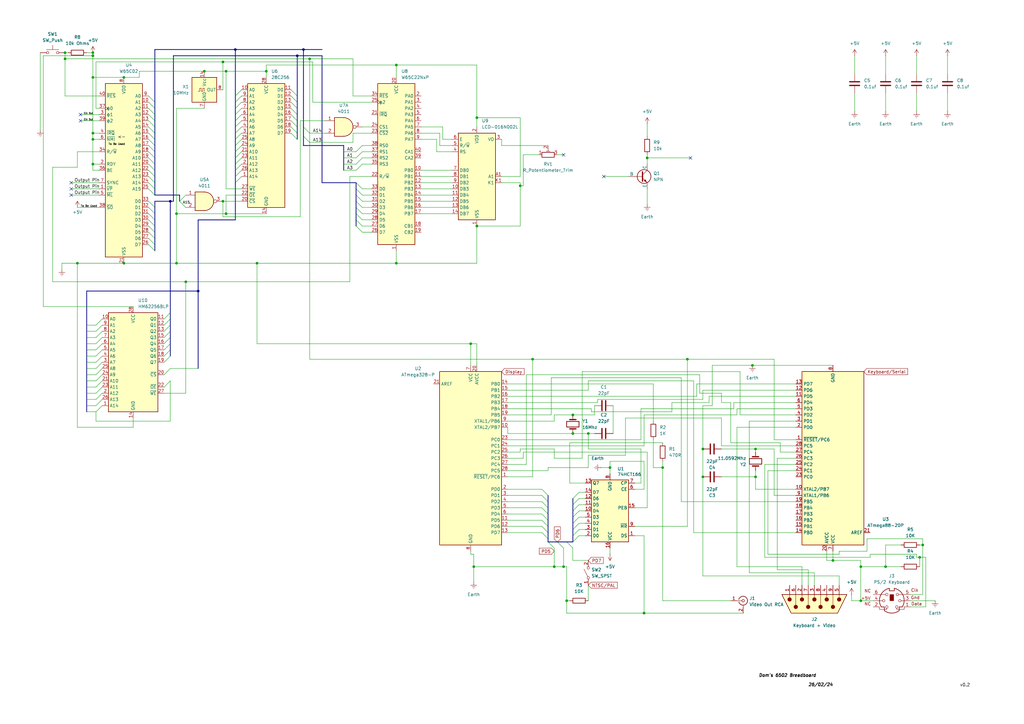
<source format=kicad_sch>
(kicad_sch (version 20231120) (generator "eeschema") (generator_version "8.0")
  (paper "A3")
  (junction (at 378.46 223.52))
  (junction (at 76.2 115.57))
  (junction (at 50.8 31.75))
  (junction (at 250.19 191.77))
  (junction (at 38.1 22.86))
  (junction (at 195.58 92.71))
  (junction (at 288.29 195.58))
  (junction (at 232.41 246.38))
  (junction (at 72.39 107.95))
  (junction (at 31.75 107.95))
  (junction (at 91.44 25.4))
  (junction (at 26.67 24.13))
  (junction (at 38.1 57.15))
  (junction (at 234.95 177.8))
  (junction (at 271.78 191.77))
  (junction (at 377.19 228.6))
  (junction (at 265.43 64.77))
  (junction (at 26.67 21.59))
  (junction (at 124.46 20.32))
  (junction (at 309.88 195.58))
  (junction (at 96.52 20.32))
  (junction (at 353.06 246.38))
  (junction (at 195.58 48.26))
  (junction (at 72.39 87.63))
  (junction (at 83.82 29.21))
  (junction (at 363.22 232.41))
  (junction (at 38.1 21.59))
  (junction (at 38.1 54.61))
  (junction (at 227.33 232.41))
  (junction (at 81.28 119.38))
  (junction (at 38.1 67.31))
  (junction (at 105.41 107.95))
  (junction (at 127 24.13))
  (junction (at 353.06 232.41))
  (junction (at 264.16 251.46))
  (junction (at 162.56 26.67))
  (junction (at 309.88 184.15))
  (junction (at 69.85 82.55))
  (junction (at 92.71 29.21))
  (junction (at 92.71 87.63))
  (junction (at 213.36 76.2))
  (junction (at 50.8 107.95))
  (junction (at 341.63 229.87))
  (junction (at 281.94 147.32))
  (junction (at 218.44 147.32))
  (junction (at 234.95 170.18))
  (junction (at 288.29 184.15))
  (junction (at 38.1 31.75))
  (junction (at 121.92 22.86))
  (junction (at 193.04 140.97))
  (junction (at 194.31 232.41))
  (junction (at 162.56 107.95))
  (junction (at 109.22 29.21))
  (junction (at 241.3 177.8))
  (junction (at 91.44 82.55))
  (junction (at 308.61 149.86))
  (junction (at 231.14 232.41))
  (no_connect (at 247.65 72.39))
  (no_connect (at 29.21 80.01))
  (no_connect (at 33.02 49.53))
  (no_connect (at 283.21 64.77))
  (no_connect (at 231.14 63.5))
  (no_connect (at 29.21 77.47))
  (no_connect (at 33.02 46.99))
  (no_connect (at 29.21 74.93))
  (bus_entry (at 237.49 217.17) (size -2.54 2.54))
  (bus_entry (at 99.06 49.53) (size -2.54 2.54))
  (bus_entry (at 228.6 222.25) (size 2.54 2.54))
  (bus_entry (at 41.91 135.89) (size -2.54 2.54))
  (bus_entry (at 60.96 52.07) (size 2.54 2.54))
  (bus_entry (at 60.96 90.17) (size 2.54 2.54))
  (bus_entry (at 60.96 74.93) (size 2.54 2.54))
  (bus_entry (at 41.91 140.97) (size -2.54 2.54))
  (bus_entry (at 119.38 44.45) (size 2.54 2.54))
  (bus_entry (at 60.96 49.53) (size 2.54 2.54))
  (bus_entry (at 237.49 212.09) (size -2.54 2.54))
  (bus_entry (at 119.38 36.83) (size 2.54 2.54))
  (bus_entry (at 119.38 39.37) (size 2.54 2.54))
  (bus_entry (at 60.96 44.45) (size 2.54 2.54))
  (bus_entry (at 41.91 158.75) (size -2.54 2.54))
  (bus_entry (at 99.06 36.83) (size -2.54 2.54))
  (bus_entry (at 119.38 54.61) (size 2.54 2.54))
  (bus_entry (at 146.05 64.77) (size 2.54 -2.54))
  (bus_entry (at 232.41 222.25) (size 2.54 2.54))
  (bus_entry (at 41.91 163.83) (size -2.54 2.54))
  (bus_entry (at 146.05 74.93) (size 2.54 2.54))
  (bus_entry (at 76.2 80.01) (size -2.54 2.54))
  (bus_entry (at 41.91 153.67) (size -2.54 2.54))
  (bus_entry (at 146.05 85.09) (size 2.54 2.54))
  (bus_entry (at 99.06 67.31) (size -2.54 2.54))
  (bus_entry (at 119.38 46.99) (size 2.54 2.54))
  (bus_entry (at 99.06 52.07) (size -2.54 2.54))
  (bus_entry (at 99.06 69.85) (size -2.54 2.54))
  (bus_entry (at 146.05 92.71) (size 2.54 2.54))
  (bus_entry (at 60.96 62.23) (size 2.54 2.54))
  (bus_entry (at 60.96 41.91) (size 2.54 2.54))
  (bus_entry (at 41.91 133.35) (size -2.54 2.54))
  (bus_entry (at 41.91 166.37) (size -2.54 2.54))
  (bus_entry (at 60.96 39.37) (size 2.54 2.54))
  (bus_entry (at 99.06 64.77) (size -2.54 2.54))
  (bus_entry (at 67.31 135.89) (size 2.54 -2.54))
  (bus_entry (at 119.38 49.53) (size 2.54 2.54))
  (bus_entry (at 119.38 41.91) (size 2.54 2.54))
  (bus_entry (at 60.96 77.47) (size 2.54 2.54))
  (bus_entry (at 222.25 203.2) (size 2.54 2.54))
  (bus_entry (at 146.05 62.23) (size 2.54 -2.54))
  (bus_entry (at 41.91 148.59) (size -2.54 2.54))
  (bus_entry (at 67.31 130.81) (size 2.54 -2.54))
  (bus_entry (at 222.25 215.9) (size 2.54 2.54))
  (bus_entry (at 224.79 222.25) (size 2.54 2.54))
  (bus_entry (at 124.46 55.88) (size 2.54 2.54))
  (bus_entry (at 99.06 72.39) (size -2.54 2.54))
  (bus_entry (at 60.96 59.69) (size 2.54 2.54))
  (bus_entry (at 99.06 57.15) (size -2.54 2.54))
  (bus_entry (at 146.05 87.63) (size 2.54 2.54))
  (bus_entry (at 237.49 214.63) (size -2.54 2.54))
  (bus_entry (at 41.91 130.81) (size -2.54 2.54))
  (bus_entry (at 60.96 57.15) (size 2.54 2.54))
  (bus_entry (at 41.91 156.21) (size -2.54 2.54))
  (bus_entry (at 99.06 62.23) (size -2.54 2.54))
  (bus_entry (at 237.49 201.93) (size -2.54 2.54))
  (bus_entry (at 60.96 85.09) (size 2.54 2.54))
  (bus_entry (at 41.91 161.29) (size -2.54 2.54))
  (bus_entry (at 60.96 100.33) (size 2.54 2.54))
  (bus_entry (at 222.25 213.36) (size 2.54 2.54))
  (bus_entry (at 99.06 41.91) (size -2.54 2.54))
  (bus_entry (at 222.25 200.66) (size 2.54 2.54))
  (bus_entry (at 67.31 140.97) (size 2.54 -2.54))
  (bus_entry (at 146.05 82.55) (size 2.54 2.54))
  (bus_entry (at 67.31 153.67) (size 2.54 -2.54))
  (bus_entry (at 76.2 85.09) (size -2.54 -2.54))
  (bus_entry (at 146.05 69.85) (size 2.54 -2.54))
  (bus_entry (at 60.96 92.71) (size 2.54 2.54))
  (bus_entry (at 60.96 64.77) (size 2.54 2.54))
  (bus_entry (at 67.31 158.75) (size 2.54 -2.54))
  (bus_entry (at 222.25 218.44) (size 2.54 2.54))
  (bus_entry (at 237.49 207.01) (size -2.54 2.54))
  (bus_entry (at 60.96 46.99) (size 2.54 2.54))
  (bus_entry (at 124.46 52.07) (size 2.54 2.54))
  (bus_entry (at 67.31 133.35) (size 2.54 -2.54))
  (bus_entry (at 237.49 219.71) (size -2.54 2.54))
  (bus_entry (at 41.91 151.13) (size -2.54 2.54))
  (bus_entry (at 222.25 205.74) (size 2.54 2.54))
  (bus_entry (at 41.91 138.43) (size -2.54 2.54))
  (bus_entry (at 67.31 148.59) (size 2.54 -2.54))
  (bus_entry (at 60.96 97.79) (size 2.54 2.54))
  (bus_entry (at 222.25 210.82) (size 2.54 2.54))
  (bus_entry (at 146.05 67.31) (size 2.54 -2.54))
  (bus_entry (at 60.96 67.31) (size 2.54 2.54))
  (bus_entry (at 60.96 54.61) (size 2.54 2.54))
  (bus_entry (at 41.91 143.51) (size -2.54 2.54))
  (bus_entry (at 60.96 82.55) (size 2.54 2.54))
  (bus_entry (at 99.06 46.99) (size -2.54 2.54))
  (bus_entry (at 60.96 69.85) (size 2.54 2.54))
  (bus_entry (at 99.06 44.45) (size -2.54 2.54))
  (bus_entry (at 67.31 143.51) (size 2.54 -2.54))
  (bus_entry (at 146.05 90.17) (size 2.54 2.54))
  (bus_entry (at 237.49 209.55) (size -2.54 2.54))
  (bus_entry (at 99.06 59.69) (size -2.54 2.54))
  (bus_entry (at 60.96 87.63) (size 2.54 2.54))
  (bus_entry (at 41.91 146.05) (size -2.54 2.54))
  (bus_entry (at 237.49 204.47) (size -2.54 2.54))
  (bus_entry (at 146.05 77.47) (size 2.54 2.54))
  (bus_entry (at 99.06 54.61) (size -2.54 2.54))
  (bus_entry (at 146.05 80.01) (size 2.54 2.54))
  (bus_entry (at 99.06 39.37) (size -2.54 2.54))
  (bus_entry (at 67.31 146.05) (size 2.54 -2.54))
  (bus_entry (at 60.96 95.25) (size 2.54 2.54))
  (bus_entry (at 222.25 208.28) (size 2.54 2.54))
  (bus_entry (at 119.38 52.07) (size 2.54 2.54))
  (bus_entry (at 60.96 72.39) (size 2.54 2.54))
  (bus_entry (at 67.31 138.43) (size 2.54 -2.54))
  (bus (pts (xy 96.52 57.15) (xy 96.52 59.69)))
  (wire (pts (xy 241.3 191.77) (xy 224.79 191.77)))
  (wire (pts (xy 148.59 85.09) (xy 152.4 85.09)))
  (wire (pts (xy 195.58 92.71) (xy 195.58 107.95)))
  (wire (pts (xy 31.75 62.23) (xy 31.75 68.58)))
  (wire (pts (xy 148.59 90.17) (xy 152.4 90.17)))
  (wire (pts (xy 143.51 115.57) (xy 143.51 72.39)))
  (wire (pts (xy 38.1 67.31) (xy 40.64 67.31)))
  (wire (pts (xy 181.61 57.15) (xy 181.61 52.07)))
  (wire (pts (xy 237.49 209.55) (xy 240.03 209.55)))
  (wire (pts (xy 16.51 21.59) (xy 16.51 53.34)))
  (wire (pts (xy 38.1 67.31) (xy 38.1 69.85)))
  (wire (pts (xy 83.82 29.21) (xy 92.71 29.21)))
  (wire (pts (xy 99.06 77.47) (xy 92.71 77.47)))
  (wire (pts (xy 213.36 74.93) (xy 213.36 76.2)))
  (wire (pts (xy 195.58 52.07) (xy 195.58 48.26)))
  (wire (pts (xy 144.78 58.42) (xy 144.78 54.61)))
  (bus (pts (xy 146.05 82.55) (xy 146.05 85.09)))
  (wire (pts (xy 148.59 87.63) (xy 152.4 87.63)))
  (wire (pts (xy 256.54 171.45) (xy 256.54 186.69)))
  (wire (pts (xy 241.3 186.69) (xy 241.3 191.77)))
  (wire (pts (xy 262.89 167.64) (xy 300.99 167.64)))
  (wire (pts (xy 375.92 22.86) (xy 375.92 30.48)))
  (wire (pts (xy 38.1 21.59) (xy 35.56 21.59)))
  (wire (pts (xy 288.29 184.15) (xy 288.29 166.37)))
  (wire (pts (xy 265.43 63.5) (xy 265.43 64.77)))
  (wire (pts (xy 172.72 54.61) (xy 180.34 54.61)))
  (wire (pts (xy 208.28 213.36) (xy 222.25 213.36)))
  (wire (pts (xy 148.59 62.23) (xy 152.4 62.23)))
  (wire (pts (xy 285.75 162.56) (xy 285.75 157.48)))
  (wire (pts (xy 226.06 154.94) (xy 279.4 154.94)))
  (wire (pts (xy 299.72 181.61) (xy 320.04 181.61)))
  (bus (pts (xy 69.85 130.81) (xy 69.85 133.35)))
  (wire (pts (xy 309.88 195.58) (xy 309.88 200.66)))
  (bus (pts (xy 146.05 85.09) (xy 146.05 87.63)))
  (wire (pts (xy 57.15 29.21) (xy 57.15 31.75)))
  (wire (pts (xy 262.89 180.34) (xy 262.89 167.64)))
  (wire (pts (xy 285.75 157.48) (xy 326.39 157.48)))
  (wire (pts (xy 25.4 107.95) (xy 25.4 110.49)))
  (wire (pts (xy 208.28 190.5) (xy 215.9 190.5)))
  (wire (pts (xy 31.75 107.95) (xy 25.4 107.95)))
  (wire (pts (xy 26.67 24.13) (xy 26.67 39.37)))
  (bus (pts (xy 96.52 62.23) (xy 96.52 64.77)))
  (bus (pts (xy 96.52 64.77) (xy 96.52 67.31)))
  (wire (pts (xy 256.54 186.69) (xy 241.3 186.69)))
  (wire (pts (xy 379.73 248.92) (xy 379.73 228.6)))
  (wire (pts (xy 35.56 146.05) (xy 39.37 146.05)))
  (bus (pts (xy 69.85 82.55) (xy 71.12 82.55)))
  (wire (pts (xy 105.41 107.95) (xy 162.56 107.95)))
  (wire (pts (xy 208.28 200.66) (xy 222.25 200.66)))
  (wire (pts (xy 373.38 246.38) (xy 383.54 246.38)))
  (wire (pts (xy 245.11 163.83) (xy 288.29 163.83)))
  (wire (pts (xy 295.91 182.88) (xy 295.91 171.45)))
  (wire (pts (xy 227.33 172.72) (xy 208.28 172.72)))
  (wire (pts (xy 172.72 52.07) (xy 181.61 52.07)))
  (wire (pts (xy 76.2 115.57) (xy 143.51 115.57)))
  (wire (pts (xy 208.28 195.58) (xy 218.44 195.58)))
  (wire (pts (xy 133.35 49.53) (xy 123.19 49.53)))
  (bus (pts (xy 224.79 222.25) (xy 224.79 220.98)))
  (wire (pts (xy 247.65 72.39) (xy 257.81 72.39)))
  (bus (pts (xy 81.28 119.38) (xy 81.28 151.13)))
  (wire (pts (xy 35.56 156.21) (xy 39.37 156.21)))
  (wire (pts (xy 363.22 38.1) (xy 363.22 45.72)))
  (wire (pts (xy 265.43 50.8) (xy 265.43 55.88)))
  (bus (pts (xy 96.52 59.69) (xy 96.52 62.23)))
  (wire (pts (xy 233.68 181.61) (xy 271.78 181.61)))
  (wire (pts (xy 195.58 48.26) (xy 213.36 48.26)))
  (wire (pts (xy 208.28 167.64) (xy 242.57 167.64)))
  (wire (pts (xy 246.38 191.77) (xy 250.19 191.77)))
  (wire (pts (xy 194.31 232.41) (xy 227.33 232.41)))
  (bus (pts (xy 146.05 80.01) (xy 146.05 82.55)))
  (wire (pts (xy 279.4 154.94) (xy 279.4 205.74)))
  (bus (pts (xy 63.5 64.77) (xy 63.5 62.23)))
  (wire (pts (xy 237.49 217.17) (xy 240.03 217.17)))
  (wire (pts (xy 271.78 191.77) (xy 271.78 246.38)))
  (wire (pts (xy 214.63 187.96) (xy 214.63 185.42)))
  (wire (pts (xy 172.72 87.63) (xy 185.42 87.63)))
  (wire (pts (xy 92.71 80.01) (xy 92.71 87.63)))
  (bus (pts (xy 96.52 54.61) (xy 96.52 57.15)))
  (bus (pts (xy 63.5 20.32) (xy 96.52 20.32)))
  (bus (pts (xy 96.52 72.39) (xy 96.52 74.93)))
  (wire (pts (xy 194.31 238.76) (xy 194.31 232.41)))
  (wire (pts (xy 353.06 232.41) (xy 353.06 246.38)))
  (wire (pts (xy 234.95 177.8) (xy 241.3 177.8)))
  (bus (pts (xy 63.5 46.99) (xy 63.5 44.45)))
  (wire (pts (xy 232.41 246.38) (xy 232.41 251.46)))
  (wire (pts (xy 17.78 22.86) (xy 38.1 22.86)))
  (wire (pts (xy 208.28 218.44) (xy 222.25 218.44)))
  (wire (pts (xy 35.56 163.83) (xy 39.37 163.83)))
  (wire (pts (xy 148.59 59.69) (xy 152.4 59.69)))
  (wire (pts (xy 92.71 29.21) (xy 109.22 29.21)))
  (wire (pts (xy 109.22 29.21) (xy 109.22 26.67)))
  (wire (pts (xy 320.04 185.42) (xy 326.39 185.42)))
  (bus (pts (xy 124.46 20.32) (xy 132.08 20.32)))
  (wire (pts (xy 162.56 26.67) (xy 162.56 31.75)))
  (bus (pts (xy 124.46 55.88) (xy 124.46 59.69)))
  (wire (pts (xy 205.74 189.23) (xy 205.74 187.96)))
  (wire (pts (xy 378.46 223.52) (xy 378.46 220.98)))
  (wire (pts (xy 318.77 233.68) (xy 318.77 187.96)))
  (wire (pts (xy 331.47 233.68) (xy 318.77 233.68)))
  (wire (pts (xy 355.6 220.98) (xy 355.6 226.06)))
  (bus (pts (xy 121.92 22.86) (xy 121.92 39.37)))
  (wire (pts (xy 172.72 74.93) (xy 185.42 74.93)))
  (wire (pts (xy 237.49 212.09) (xy 240.03 212.09)))
  (wire (pts (xy 215.9 153.67) (xy 287.02 153.67)))
  (bus (pts (xy 96.52 41.91) (xy 96.52 44.45)))
  (wire (pts (xy 208.28 157.48) (xy 267.97 157.48)))
  (wire (pts (xy 195.58 26.67) (xy 162.56 26.67)))
  (wire (pts (xy 313.69 190.5) (xy 326.39 190.5)))
  (bus (pts (xy 63.5 100.33) (xy 63.5 97.79)))
  (wire (pts (xy 314.96 227.33) (xy 344.17 227.33)))
  (wire (pts (xy 27.94 21.59) (xy 26.67 21.59)))
  (bus (pts (xy 96.52 49.53) (xy 96.52 52.07)))
  (wire (pts (xy 234.95 224.79) (xy 234.95 229.87)))
  (bus (pts (xy 146.05 90.17) (xy 146.05 92.71)))
  (bus (pts (xy 121.92 41.91) (xy 121.92 44.45)))
  (bus (pts (xy 69.85 82.55) (xy 69.85 128.27)))
  (bus (pts (xy 96.52 69.85) (xy 96.52 72.39)))
  (wire (pts (xy 38.1 54.61) (xy 38.1 57.15)))
  (wire (pts (xy 105.41 140.97) (xy 105.41 107.95)))
  (wire (pts (xy 302.26 175.26) (xy 326.39 175.26)))
  (wire (pts (xy 237.49 207.01) (xy 240.03 207.01)))
  (wire (pts (xy 287.02 153.67) (xy 287.02 161.29)))
  (wire (pts (xy 326.39 182.88) (xy 295.91 182.88)))
  (wire (pts (xy 344.17 240.03) (xy 344.17 236.22)))
  (bus (pts (xy 234.95 217.17) (xy 234.95 219.71)))
  (wire (pts (xy 237.49 204.47) (xy 240.03 204.47)))
  (wire (pts (xy 179.07 62.23) (xy 179.07 57.15)))
  (bus (pts (xy 63.5 69.85) (xy 63.5 67.31)))
  (bus (pts (xy 96.52 20.32) (xy 96.52 39.37)))
  (bus (pts (xy 224.79 205.74) (xy 224.79 208.28)))
  (bus (pts (xy 63.5 62.23) (xy 63.5 59.69)))
  (wire (pts (xy 208.28 185.42) (xy 213.36 185.42)))
  (wire (pts (xy 307.34 172.72) (xy 307.34 234.95)))
  (bus (pts (xy 146.05 87.63) (xy 146.05 90.17)))
  (wire (pts (xy 227.33 232.41) (xy 231.14 232.41)))
  (wire (pts (xy 264.16 170.18) (xy 264.16 182.88)))
  (wire (pts (xy 262.89 198.12) (xy 262.89 184.15)))
  (wire (pts (xy 241.3 184.15) (xy 241.3 177.8)))
  (wire (pts (xy 260.35 215.9) (xy 281.94 215.9)))
  (wire (pts (xy 148.59 77.47) (xy 152.4 77.47)))
  (wire (pts (xy 148.59 92.71) (xy 152.4 92.71)))
  (wire (pts (xy 195.58 107.95) (xy 162.56 107.95)))
  (wire (pts (xy 152.4 41.91) (xy 128.27 41.91)))
  (wire (pts (xy 264.16 219.71) (xy 264.16 251.46)))
  (wire (pts (xy 218.44 147.32) (xy 218.44 195.58)))
  (wire (pts (xy 309.88 185.42) (xy 309.88 184.15)))
  (wire (pts (xy 140.97 67.31) (xy 146.05 67.31)))
  (wire (pts (xy 40.64 69.85) (xy 38.1 69.85)))
  (wire (pts (xy 309.88 193.04) (xy 309.88 195.58)))
  (wire (pts (xy 35.56 168.91) (xy 39.37 168.91)))
  (bus (pts (xy 96.52 74.93) (xy 96.52 90.17)))
  (wire (pts (xy 350.52 22.86) (xy 350.52 30.48)))
  (bus (pts (xy 69.85 143.51) (xy 69.85 146.05)))
  (wire (pts (xy 193.04 140.97) (xy 105.41 140.97)))
  (wire (pts (xy 21.59 115.57) (xy 76.2 115.57)))
  (bus (pts (xy 234.95 212.09) (xy 234.95 214.63)))
  (wire (pts (xy 341.63 226.06) (xy 341.63 229.87)))
  (wire (pts (xy 50.8 31.75) (xy 57.15 31.75)))
  (wire (pts (xy 91.44 36.83) (xy 91.44 25.4)))
  (bus (pts (xy 63.5 57.15) (xy 63.5 54.61)))
  (wire (pts (xy 353.06 246.38) (xy 358.14 246.38)))
  (bus (pts (xy 35.56 119.38) (xy 81.28 119.38)))
  (wire (pts (xy 172.72 82.55) (xy 185.42 82.55)))
  (wire (pts (xy 232.41 246.38) (xy 233.68 246.38)))
  (wire (pts (xy 148.59 64.77) (xy 152.4 64.77)))
  (wire (pts (xy 172.72 69.85) (xy 185.42 69.85)))
  (wire (pts (xy 26.67 39.37) (xy 40.64 39.37)))
  (wire (pts (xy 375.92 38.1) (xy 375.92 45.72)))
  (bus (pts (xy 63.5 87.63) (xy 63.5 85.09)))
  (wire (pts (xy 128.27 41.91) (xy 128.27 25.4)))
  (wire (pts (xy 344.17 236.22) (xy 288.29 236.22)))
  (wire (pts (xy 205.74 59.69) (xy 205.74 57.15)))
  (bus (pts (xy 63.5 72.39) (xy 63.5 69.85)))
  (wire (pts (xy 72.39 87.63) (xy 72.39 107.95)))
  (wire (pts (xy 35.56 133.35) (xy 39.37 133.35)))
  (wire (pts (xy 231.14 232.41) (xy 232.41 232.41)))
  (bus (pts (xy 63.5 67.31) (xy 63.5 64.77)))
  (wire (pts (xy 29.21 80.01) (xy 40.64 80.01)))
  (bus (pts (xy 234.95 204.47) (xy 234.95 207.01)))
  (wire (pts (xy 26.67 24.13) (xy 127 24.13)))
  (wire (pts (xy 353.06 232.41) (xy 363.22 232.41)))
  (wire (pts (xy 302.26 170.18) (xy 264.16 170.18)))
  (wire (pts (xy 265.43 77.47) (xy 265.43 83.82)))
  (bus (pts (xy 63.5 54.61) (xy 63.5 52.07)))
  (bus (pts (xy 63.5 102.87) (xy 63.5 100.33)))
  (bus (pts (xy 234.95 214.63) (xy 234.95 217.17)))
  (wire (pts (xy 127 58.42) (xy 144.78 58.42)))
  (bus (pts (xy 121.92 46.99) (xy 121.92 49.53)))
  (wire (pts (xy 214.63 63.5) (xy 214.63 76.2)))
  (bus (pts (xy 121.92 52.07) (xy 121.92 54.61)))
  (wire (pts (xy 31.75 68.58) (xy 21.59 68.58)))
  (wire (pts (xy 334.01 234.95) (xy 334.01 240.03)))
  (wire (pts (xy 231.14 224.79) (xy 231.14 232.41)))
  (wire (pts (xy 31.75 107.95) (xy 50.8 107.95)))
  (wire (pts (xy 290.83 162.56) (xy 290.83 165.1)))
  (wire (pts (xy 288.29 195.58) (xy 288.29 184.15)))
  (wire (pts (xy 17.78 125.73) (xy 17.78 22.86)))
  (bus (pts (xy 81.28 90.17) (xy 81.28 119.38)))
  (bus (pts (xy 63.5 85.09) (xy 63.5 82.55)))
  (wire (pts (xy 208.28 160.02) (xy 241.3 160.02)))
  (wire (pts (xy 363.22 232.41) (xy 369.57 232.41)))
  (wire (pts (xy 195.58 140.97) (xy 193.04 140.97)))
  (bus (pts (xy 224.79 208.28) (xy 224.79 210.82)))
  (wire (pts (xy 388.62 38.1) (xy 388.62 45.72)))
  (wire (pts (xy 326.39 200.66) (xy 309.88 200.66)))
  (bus (pts (xy 146.05 74.93) (xy 146.05 77.47)))
  (wire (pts (xy 39.37 44.45) (xy 40.64 44.45)))
  (bus (pts (xy 69.85 128.27) (xy 69.85 130.81)))
  (wire (pts (xy 224.79 193.04) (xy 208.28 193.04)))
  (bus (pts (xy 121.92 54.61) (xy 121.92 57.15)))
  (wire (pts (xy 140.97 69.85) (xy 146.05 69.85)))
  (wire (pts (xy 50.8 107.95) (xy 72.39 107.95)))
  (wire (pts (xy 195.58 149.86) (xy 195.58 140.97)))
  (wire (pts (xy 218.44 147.32) (xy 281.94 147.32)))
  (wire (pts (xy 162.56 102.87) (xy 162.56 107.95)))
  (wire (pts (xy 69.85 156.21) (xy 69.85 172.72)))
  (bus (pts (xy 146.05 77.47) (xy 146.05 80.01)))
  (wire (pts (xy 251.46 166.37) (xy 251.46 177.8)))
  (wire (pts (xy 208.28 162.56) (xy 285.75 162.56)))
  (wire (pts (xy 91.44 25.4) (xy 39.37 25.4)))
  (wire (pts (xy 185.42 57.15) (xy 181.61 57.15)))
  (wire (pts (xy 213.36 48.26) (xy 213.36 72.39)))
  (bus (pts (xy 63.5 74.93) (xy 63.5 72.39)))
  (wire (pts (xy 35.56 148.59) (xy 39.37 148.59)))
  (wire (pts (xy 317.5 184.15) (xy 317.5 203.2)))
  (wire (pts (xy 326.39 172.72) (xy 307.34 172.72)))
  (wire (pts (xy 123.19 88.9) (xy 91.44 88.9)))
  (wire (pts (xy 264.16 200.66) (xy 264.16 189.23)))
  (wire (pts (xy 33.02 49.53) (xy 40.64 49.53)))
  (wire (pts (xy 317.5 147.32) (xy 281.94 147.32)))
  (wire (pts (xy 35.56 135.89) (xy 39.37 135.89)))
  (wire (pts (xy 99.06 80.01) (xy 92.71 80.01)))
  (bus (pts (xy 96.52 52.07) (xy 96.52 54.61)))
  (wire (pts (xy 295.91 165.1) (xy 299.72 165.1)))
  (wire (pts (xy 39.37 25.4) (xy 39.37 44.45)))
  (bus (pts (xy 96.52 67.31) (xy 96.52 69.85)))
  (wire (pts (xy 224.79 191.77) (xy 224.79 193.04)))
  (wire (pts (xy 38.1 22.86) (xy 38.1 31.75)))
  (wire (pts (xy 290.83 162.56) (xy 326.39 162.56)))
  (wire (pts (xy 35.56 143.51) (xy 39.37 143.51)))
  (bus (pts (xy 96.52 44.45) (xy 96.52 46.99)))
  (wire (pts (xy 208.28 180.34) (xy 262.89 180.34)))
  (wire (pts (xy 318.77 187.96) (xy 326.39 187.96)))
  (wire (pts (xy 38.1 31.75) (xy 38.1 54.61)))
  (wire (pts (xy 267.97 191.77) (xy 271.78 191.77)))
  (wire (pts (xy 33.02 46.99) (xy 40.64 46.99)))
  (wire (pts (xy 208.28 165.1) (xy 245.11 165.1)))
  (bus (pts (xy 69.85 133.35) (xy 69.85 135.89)))
  (wire (pts (xy 341.63 229.87) (xy 339.09 229.87)))
  (wire (pts (xy 213.36 185.42) (xy 213.36 184.15)))
  (bus (pts (xy 224.79 218.44) (xy 224.79 220.98)))
  (wire (pts (xy 91.44 82.55) (xy 99.06 82.55)))
  (wire (pts (xy 237.49 214.63) (xy 240.03 214.63)))
  (wire (pts (xy 313.69 228.6) (xy 313.69 190.5)))
  (wire (pts (xy 76.2 115.57) (xy 76.2 161.29)))
  (bus (pts (xy 124.46 52.07) (xy 124.46 55.88)))
  (wire (pts (xy 349.25 243.84) (xy 349.25 246.38)))
  (wire (pts (xy 356.87 227.33) (xy 356.87 228.6)))
  (wire (pts (xy 69.85 172.72) (xy 39.37 172.72)))
  (wire (pts (xy 208.28 170.18) (xy 226.06 170.18)))
  (wire (pts (xy 29.21 74.93) (xy 40.64 74.93)))
  (wire (pts (xy 35.56 138.43) (xy 39.37 138.43)))
  (wire (pts (xy 40.64 57.15) (xy 38.1 57.15)))
  (wire (pts (xy 180.34 59.69) (xy 185.42 59.69)))
  (wire (pts (xy 227.33 187.96) (xy 238.76 187.96)))
  (wire (pts (xy 237.49 201.93) (xy 240.03 201.93)))
  (bus (pts (xy 81.28 90.17) (xy 96.52 90.17)))
  (wire (pts (xy 31.75 62.23) (xy 40.64 62.23)))
  (wire (pts (xy 215.9 190.5) (xy 215.9 153.67)))
  (wire (pts (xy 308.61 149.86) (xy 341.63 149.86)))
  (wire (pts (xy 224.79 59.69) (xy 205.74 59.69)))
  (bus (pts (xy 63.5 41.91) (xy 63.5 20.32)))
  (wire (pts (xy 144.78 24.13) (xy 144.78 39.37)))
  (wire (pts (xy 250.19 191.77) (xy 250.19 194.31)))
  (wire (pts (xy 208.28 210.82) (xy 222.25 210.82)))
  (wire (pts (xy 284.48 218.44) (xy 326.39 218.44)))
  (bus (pts (xy 140.97 59.69) (xy 140.97 69.85)))
  (wire (pts (xy 237.49 219.71) (xy 240.03 219.71)))
  (wire (pts (xy 379.73 228.6) (xy 377.19 228.6)))
  (wire (pts (xy 143.51 72.39) (xy 152.4 72.39)))
  (bus (pts (xy 224.79 215.9) (xy 224.79 218.44)))
  (wire (pts (xy 109.22 31.75) (xy 109.22 29.21)))
  (wire (pts (xy 320.04 181.61) (xy 320.04 185.42)))
  (wire (pts (xy 241.3 160.02) (xy 241.3 156.21)))
  (wire (pts (xy 172.72 80.01) (xy 185.42 80.01)))
  (bus (pts (xy 63.5 90.17) (xy 63.5 87.63)))
  (wire (pts (xy 260.35 198.12) (xy 262.89 198.12)))
  (wire (pts (xy 307.34 234.95) (xy 334.01 234.95)))
  (wire (pts (xy 38.1 57.15) (xy 38.1 67.31)))
  (wire (pts (xy 232.41 232.41) (xy 232.41 246.38)))
  (wire (pts (xy 303.53 152.4) (xy 303.53 170.18)))
  (wire (pts (xy 148.59 67.31) (xy 152.4 67.31)))
  (wire (pts (xy 241.3 177.8) (xy 243.84 177.8)))
  (wire (pts (xy 288.29 236.22) (xy 288.29 195.58)))
  (wire (pts (xy 339.09 226.06) (xy 339.09 229.87)))
  (wire (pts (xy 313.69 228.6) (xy 356.87 228.6)))
  (wire (pts (xy 262.89 184.15) (xy 241.3 184.15)))
  (wire (pts (xy 35.56 153.67) (xy 39.37 153.67)))
  (wire (pts (xy 265.43 64.77) (xy 283.21 64.77)))
  (bus (pts (xy 224.79 203.2) (xy 224.79 205.74)))
  (wire (pts (xy 344.17 226.06) (xy 344.17 227.33)))
  (bus (pts (xy 63.5 92.71) (xy 63.5 90.17)))
  (bus (pts (xy 224.79 210.82) (xy 224.79 213.36)))
  (wire (pts (xy 208.28 175.26) (xy 208.28 177.8)))
  (wire (pts (xy 375.92 228.6) (xy 375.92 227.33)))
  (wire (pts (xy 127 24.13) (xy 144.78 24.13)))
  (wire (pts (xy 232.41 251.46) (xy 264.16 251.46)))
  (bus (pts (xy 69.85 140.97) (xy 69.85 143.51)))
  (wire (pts (xy 193.04 140.97) (xy 193.04 149.86)))
  (wire (pts (xy 299.72 165.1) (xy 299.72 181.61)))
  (wire (pts (xy 241.3 240.03) (xy 241.3 246.38)))
  (wire (pts (xy 185.42 62.23) (xy 179.07 62.23)))
  (wire (pts (xy 180.34 54.61) (xy 180.34 59.69)))
  (wire (pts (xy 288.29 166.37) (xy 292.1 166.37)))
  (wire (pts (xy 341.63 229.87) (xy 353.06 229.87)))
  (wire (pts (xy 373.38 248.92) (xy 379.73 248.92)))
  (wire (pts (xy 31.75 85.09) (xy 40.64 85.09)))
  (bus (pts (xy 63.5 80.01) (xy 63.5 77.47)))
  (wire (pts (xy 295.91 195.58) (xy 309.88 195.58)))
  (wire (pts (xy 40.64 54.61) (xy 38.1 54.61)))
  (wire (pts (xy 148.59 95.25) (xy 152.4 95.25)))
  (bus (pts (xy 63.5 59.69) (xy 63.5 57.15)))
  (wire (pts (xy 284.48 156.21) (xy 284.48 218.44)))
  (bus (pts (xy 132.08 74.93) (xy 146.05 74.93)))
  (wire (pts (xy 373.38 243.84) (xy 378.46 243.84)))
  (bus (pts (xy 96.52 20.32) (xy 124.46 20.32)))
  (wire (pts (xy 69.85 151.13) (xy 81.28 151.13)))
  (wire (pts (xy 35.56 158.75) (xy 39.37 158.75)))
  (wire (pts (xy 195.58 48.26) (xy 195.58 26.67)))
  (wire (pts (xy 250.19 224.79) (xy 250.19 227.33)))
  (bus (pts (xy 224.79 213.36) (xy 224.79 215.9)))
  (wire (pts (xy 35.56 140.97) (xy 39.37 140.97)))
  (bus (pts (xy 63.5 44.45) (xy 63.5 41.91)))
  (wire (pts (xy 309.88 184.15) (xy 317.5 184.15)))
  (wire (pts (xy 243.84 166.37) (xy 243.84 170.18)))
  (wire (pts (xy 264.16 189.23) (xy 250.19 189.23)))
  (bus (pts (xy 121.92 22.86) (xy 132.08 22.86)))
  (wire (pts (xy 314.96 227.33) (xy 314.96 193.04)))
  (wire (pts (xy 91.44 88.9) (xy 91.44 82.55)))
  (bus (pts (xy 71.12 82.55) (xy 71.12 22.86)))
  (wire (pts (xy 148.59 80.01) (xy 152.4 80.01)))
  (wire (pts (xy 295.91 161.29) (xy 295.91 165.1)))
  (wire (pts (xy 377.19 223.52) (xy 378.46 223.52)))
  (wire (pts (xy 128.27 25.4) (xy 91.44 25.4)))
  (wire (pts (xy 109.22 26.67) (xy 162.56 26.67)))
  (wire (pts (xy 353.06 229.87) (xy 353.06 232.41)))
  (wire (pts (xy 292.1 166.37) (xy 292.1 149.86)))
  (wire (pts (xy 31.75 175.26) (xy 31.75 107.95)))
  (wire (pts (xy 317.5 203.2) (xy 326.39 203.2)))
  (bus (pts (xy 96.52 39.37) (xy 96.52 41.91)))
  (wire (pts (xy 39.37 172.72) (xy 39.37 168.91)))
  (bus (pts (xy 121.92 49.53) (xy 121.92 52.07)))
  (wire (pts (xy 38.1 31.75) (xy 50.8 31.75)))
  (wire (pts (xy 67.31 161.29) (xy 76.2 161.29)))
  (wire (pts (xy 83.82 44.45) (xy 72.39 44.45)))
  (bus (pts (xy 71.12 22.86) (xy 121.92 22.86)))
  (wire (pts (xy 363.22 223.52) (xy 363.22 232.41)))
  (wire (pts (xy 72.39 107.95) (xy 105.41 107.95)))
  (wire (pts (xy 234.95 177.8) (xy 208.28 177.8)))
  (wire (pts (xy 369.57 223.52) (xy 363.22 223.52)))
  (wire (pts (xy 220.98 63.5) (xy 214.63 63.5)))
  (wire (pts (xy 317.5 180.34) (xy 317.5 147.32)))
  (wire (pts (xy 242.57 168.91) (xy 275.59 168.91)))
  (wire (pts (xy 344.17 226.06) (xy 355.6 226.06)))
  (bus (pts (xy 132.08 22.86) (xy 132.08 74.93)))
  (wire (pts (xy 208.28 205.74) (xy 222.25 205.74)))
  (wire (pts (xy 267.97 157.48) (xy 267.97 172.72)))
  (wire (pts (xy 208.28 215.9) (xy 222.25 215.9)))
  (wire (pts (xy 140.97 64.77) (xy 146.05 64.77)))
  (wire (pts (xy 271.78 189.23) (xy 271.78 191.77)))
  (wire (pts (xy 35.56 151.13) (xy 39.37 151.13)))
  (bus (pts (xy 63.5 95.25) (xy 63.5 92.71)))
  (wire (pts (xy 377.19 228.6) (xy 375.92 228.6)))
  (wire (pts (xy 260.35 200.66) (xy 264.16 200.66)))
  (wire (pts (xy 281.94 215.9) (xy 281.94 147.32)))
  (wire (pts (xy 279.4 205.74) (xy 326.39 205.74)))
  (wire (pts (xy 349.25 246.38) (xy 353.06 246.38)))
  (wire (pts (xy 326.39 167.64) (xy 302.26 167.64)))
  (wire (pts (xy 363.22 22.86) (xy 363.22 30.48)))
  (wire (pts (xy 127 54.61) (xy 133.35 54.61)))
  (wire (pts (xy 35.56 166.37) (xy 39.37 166.37)))
  (wire (pts (xy 300.99 167.64) (xy 300.99 165.1)))
  (wire (pts (xy 140.97 62.23) (xy 146.05 62.23)))
  (wire (pts (xy 303.53 170.18) (xy 326.39 170.18)))
  (wire (pts (xy 127 58.42) (xy 127 54.61)))
  (wire (pts (xy 328.93 232.41) (xy 302.26 232.41)))
  (wire (pts (xy 193.04 227.33) (xy 194.31 227.33)))
  (wire (pts (xy 287.02 161.29) (xy 295.91 161.29)))
  (wire (pts (xy 275.59 168.91) (xy 275.59 165.1)))
  (wire (pts (xy 245.11 165.1) (xy 245.11 163.83)))
  (wire (pts (xy 21.59 68.58) (xy 21.59 115.57)))
  (wire (pts (xy 264.16 182.88) (xy 208.28 182.88)))
  (bus (pts (xy 63.5 80.01) (xy 73.66 80.01)))
  (wire (pts (xy 238.76 187.96) (xy 238.76 152.4)))
  (wire (pts (xy 226.06 170.18) (xy 226.06 154.94)))
  (wire (pts (xy 92.71 77.47) (xy 92.71 29.21)))
  (wire (pts (xy 375.92 227.33) (xy 356.87 227.33)))
  (wire (pts (xy 35.56 161.29) (xy 39.37 161.29)))
  (wire (pts (xy 234.95 229.87) (xy 241.3 229.87)))
  (wire (pts (xy 38.1 21.59) (xy 38.1 22.86)))
  (wire (pts (xy 264.16 251.46) (xy 304.8 251.46)))
  (wire (pts (xy 72.39 87.63) (xy 92.71 87.63)))
  (wire (pts (xy 144.78 54.61) (xy 152.4 54.61)))
  (wire (pts (xy 295.91 171.45) (xy 256.54 171.45)))
  (wire (pts (xy 260.35 219.71) (xy 264.16 219.71)))
  (bus (pts (xy 63.5 82.55) (xy 69.85 82.55)))
  (wire (pts (xy 288.29 163.83) (xy 288.29 160.02)))
  (bus (pts (xy 124.46 59.69) (xy 140.97 59.69)))
  (wire (pts (xy 233.68 198.12) (xy 240.03 198.12)))
  (wire (pts (xy 300.99 165.1) (xy 326.39 165.1)))
  (wire (pts (xy 208.28 203.2) (xy 222.25 203.2)))
  (wire (pts (xy 295.91 184.15) (xy 309.88 184.15)))
  (wire (pts (xy 242.57 167.64) (xy 242.57 168.91)))
  (bus (pts (xy 96.52 46.99) (xy 96.52 49.53)))
  (wire (pts (xy 172.72 85.09) (xy 185.42 85.09)))
  (wire (pts (xy 388.62 22.86) (xy 388.62 30.48)))
  (wire (pts (xy 378.46 223.52) (xy 378.46 243.84)))
  (bus (pts (xy 63.5 52.07) (xy 63.5 49.53)))
  (bus (pts (xy 234.95 207.01) (xy 234.95 209.55)))
  (wire (pts (xy 241.3 156.21) (xy 284.48 156.21)))
  (bus (pts (xy 73.66 80.01) (xy 73.66 82.55)))
  (wire (pts (xy 127 54.61) (xy 127 24.13)))
  (wire (pts (xy 152.4 52.07) (xy 148.59 52.07)))
  (wire (pts (xy 302.26 232.41) (xy 302.26 175.26)))
  (wire (pts (xy 377.19 228.6) (xy 377.19 232.41)))
  (wire (pts (xy 214.63 76.2) (xy 213.36 76.2)))
  (wire (pts (xy 265.43 185.42) (xy 265.43 208.28)))
  (wire (pts (xy 302.26 167.64) (xy 302.26 170.18)))
  (wire (pts (xy 233.68 198.12) (xy 233.68 181.61)))
  (wire (pts (xy 275.59 165.1) (xy 290.83 165.1)))
  (wire (pts (xy 205.74 74.93) (xy 213.36 74.93)))
  (wire (pts (xy 54.61 171.45) (xy 54.61 175.26)))
  (wire (pts (xy 29.21 77.47) (xy 40.64 77.47)))
  (wire (pts (xy 213.36 76.2) (xy 213.36 92.71)))
  (wire (pts (xy 267.97 180.34) (xy 267.97 191.77)))
  (bus (pts (xy 35.56 119.38) (xy 35.56 168.91)))
  (wire (pts (xy 195.58 92.71) (xy 213.36 92.71)))
  (wire (pts (xy 194.31 232.41) (xy 194.31 227.33)))
  (wire (pts (xy 227.33 170.18) (xy 227.33 172.72)))
  (bus (pts (xy 234.95 219.71) (xy 234.95 222.25)))
  (wire (pts (xy 213.36 72.39) (xy 205.74 72.39)))
  (wire (pts (xy 292.1 149.86) (xy 308.61 149.86)))
  (wire (pts (xy 123.19 49.53) (xy 123.19 88.9)))
  (wire (pts (xy 92.71 87.63) (xy 109.22 87.63)))
  (wire (pts (xy 288.29 160.02) (xy 326.39 160.02)))
  (bus (pts (xy 228.6 222.25) (xy 224.79 222.25)))
  (bus (pts (xy 232.41 222.25) (xy 228.6 222.25)))
  (bus (pts (xy 121.92 44.45) (xy 121.92 46.99)))
  (bus (pts (xy 234.95 209.55) (xy 234.95 212.09)))
  (wire (pts (xy 378.46 220.98) (xy 355.6 220.98)))
  (wire (pts (xy 148.59 82.55) (xy 152.4 82.55)))
  (wire (pts (xy 250.19 189.23) (xy 250.19 191.77)))
  (wire (pts (xy 350.52 38.1) (xy 350.52 45.72)))
  (bus (pts (xy 121.92 39.37) (xy 121.92 41.91)))
  (wire (pts (xy 238.76 152.4) (xy 303.53 152.4)))
  (bus (pts (xy 69.85 138.43) (xy 69.85 140.97)))
  (wire (pts (xy 72.39 44.45) (xy 72.39 87.63)))
  (wire (pts (xy 179.07 57.15) (xy 172.72 57.15)))
  (bus (pts (xy 63.5 77.47) (xy 63.5 74.93)))
  (wire (pts (xy 227.33 170.18) (xy 234.95 170.18)))
  (wire (pts (xy 227.33 224.79) (xy 227.33 232.41)))
  (wire (pts (xy 127 147.32) (xy 127 58.42)))
  (wire (pts (xy 54.61 125.73) (xy 17.78 125.73)))
  (wire (pts (xy 328.93 240.03) (xy 328.93 232.41)))
  (bus (pts (xy 63.5 49.53) (xy 63.5 46.99)))
  (wire (pts (xy 208.28 187.96) (xy 214.63 187.96)))
  (wire (pts (xy 57.15 29.21) (xy 83.82 29.21)))
  (wire (pts (xy 144.78 39.37) (xy 152.4 39.37)))
  (wire (pts (xy 127 147.32) (xy 218.44 147.32)))
  (bus (pts (xy 124.46 20.32) (xy 124.46 52.07)))
  (wire (pts (xy 260.35 208.28) (xy 265.43 208.28)))
  (wire (pts (xy 26.67 21.59) (xy 26.67 24.13)))
  (wire (pts (xy 331.47 240.03) (xy 331.47 233.68)))
  (wire (pts (xy 227.33 184.15) (xy 227.33 187.96)))
  (wire (pts (xy 208.28 208.28) (xy 222.25 208.28)))
  (bus (pts (xy 63.5 97.79) (xy 63.5 95.25)))
  (wire (pts (xy 234.95 170.18) (xy 243.84 170.18)))
  (wire (pts (xy 228.6 63.5) (xy 231.14 63.5)))
  (wire (pts (xy 172.72 77.47) (xy 185.42 77.47)))
  (bus (pts (xy 234.95 222.25) (xy 232.41 222.25)))
  (wire (pts (xy 213.36 184.15) (xy 227.33 184.15)))
  (wire (pts (xy 54.61 175.26) (xy 31.75 175.26)))
  (wire (pts (xy 314.96 193.04) (xy 326.39 193.04)))
  (wire (pts (xy 193.04 227.33) (xy 193.04 226.06)))
  (wire (pts (xy 326.39 180.34) (xy 317.5 180.34)))
  (bus (pts (xy 69.85 135.89) (xy 69.85 138.43)))
  (wire (pts (xy 172.72 72.39) (xy 185.42 72.39)))
  (wire (pts (xy 299.72 246.38) (xy 271.78 246.38)))
  (wire (pts (xy 214.63 185.42) (xy 265.43 185.42)))
  (wire (pts (xy 265.43 64.77) (xy 265.43 67.31)))
  (label "A13" (at 128.27 58.42 0))
  (label "A1" (at 142.24 64.77 0))
  (label "Output Pin" (at 30.48 80.01 0))
  (label "Output Pin" (at 30.48 74.93 0))
  (label "<-" (at 48.26 57.15 0))
  (label "Dom's 6502 Breadboard" (at 311.15 278.13 0) (effects (font (thickness 0.254) (bold yes) (italic yes))))
  (label "A2" (at 142.24 67.31 0))
  (label "A0" (at 142.24 62.23 0))
  (label "v0.2" (at 393.7 281.94 0))
  (label "A14" (at 128.27 54.61 0))
  (label "Output Pin" (at 30.48 77.47 0))
  (label "Clk Out" (at 34.29 49.53 0) (effects (font (size 0.66 0.66))))
  (label "A3" (at 142.24 69.85 0))
  (label "To Be Used" (at 33.02 85.09 0) (effects (font (size 0.77 0.77))))
  (label "To Be Used" (at 44.45 59.69 0) (effects (font (size 0.77 0.77))))
  (label "26{slash}02{slash}24" (at 331.47 281.94 0) (effects (font (thickness 0.254) (bold yes) (italic yes))))
  (label "Clk Out" (at 34.29 46.99 0) (effects (font (size 0.66 0.66))))
  (label "A15" (at 74.93 83.82 0) (effects (font (size 1.016 1.016))))
  (global_label "Display" (shape input) (at 205.74 152.4 0) (property "Intersheetrefs" "${INTERSHEET_REFS}" (effects (hide yes))))
  (global_label "NTSC{slash}PAL" (shape input) (at 241.3 240.03 0) (property "Intersheetrefs" "${INTERSHEET_REFS}" (effects (hide yes))))
  (global_label "PD6" (shape input) (at 228.6 222.25 90) (property "Intersheetrefs" "${INTERSHEET_REFS}" (effects (hide yes))))
  (global_label "PD7" (shape input) (at 241.3 229.87 0) (property "Intersheetrefs" "${INTERSHEET_REFS}" (effects (hide yes))))
  (global_label "PD5" (shape input) (at 227.33 226.06 180) (property "Intersheetrefs" "${INTERSHEET_REFS}" (effects (hide yes))))
  (global_label "Keyboard{slash}Serial" (shape input) (at 354.33 152.4 0) (property "Intersheetrefs" "${INTERSHEET_REFS}" (effects (hide yes))))
  (symbol (lib_name "Earth_5") (lib_id "power:Earth") (at 375.92 45.72 0) (unit 1)
    (property "Reference" "#PWR013" (effects (hide yes)))
    (property "Value" "Earth" (at 375.92 50.8 0))
    (property "Description" "Power symbol creates a global label with name \"Earth\"" (effects (hide yes)))
  )
  (symbol (lib_id "Oscillator:ACO-xxxMHz") (at 83.82 36.83 0) (unit 1)
    (property "Reference" "X1" (at 77.47 35.5599 0) (effects (justify right)))
    (property "Value" "10MHz" (at 77.47 38.0999 0) (effects (justify right)))
    (property "Footprint" "Oscillator:Oscillator_DIP-14" (effects (hide yes)))
    (property "Datasheet" "http://www.conwin.com/datasheets/cx/cx030.pdf" (effects (hide yes)))
  )
  (symbol (lib_id "Device:C") (at 247.65 166.37 90) (unit 1)
    (property "Reference" "C1" (at 247.65 158.75 90))
    (property "Value" "22pF" (at 247.65 161.29 90))
    (property "Description" "Unpolarized capacitor" (effects (hide yes)))
  )
  (symbol (lib_name "Earth_5") (lib_id "power:Earth") (at 350.52 45.72 0) (unit 1)
    (property "Reference" "#PWR011" (effects (hide yes)))
    (property "Value" "Earth" (at 350.52 50.8 0))
    (property "Description" "Power symbol creates a global label with name \"Earth\"" (effects (hide yes)))
  )
  (symbol (lib_name "+5V_3") (lib_id "power:+5V") (at 350.52 22.86 0) (unit 1)
    (property "Reference" "#PWR07" (effects (hide yes)))
    (property "Value" "+5V" (at 350.52 17.78 0))
    (property "Description" "Power symbol creates a global label with name \"+5V\"" (effects (hide yes)))
  )
  (symbol (lib_id "4xxx:4011") (at 140.97 52.07 0) (unit 1)
    (property "Reference" "U7" (at 140.97 43.18 0))
    (property "Value" "4011" (at 140.97 45.72 0))
    (property "Datasheet" "http://www.intersil.com/content/dam/Intersil/documents/cd40/cd4011bms-12bms-23bms.pdf" (effects (hide yes)))
  )
  (symbol (lib_id "Connector:Mini-DIN-6") (at 365.76 246.38 0) (unit 1)
    (property "Reference" "J3" (at 365.7777 236.22 0))
    (property "Value" "PS/2 Keyboard" (at 365.7777 238.76 0))
    (property "Datasheet" "http://service.powerdynamics.com/ec/Catalog17/Section%2011.pdf" (effects (hide yes)))
    (property "Description" "6-pin Mini-DIN connector" (effects (hide yes)))
  )
  (symbol (lib_id "6502:W65C22NxP") (at 162.56 67.31 0) (unit 1)
    (property "Reference" "U8" (at 164.5794 29.21 0) (effects (justify left)))
    (property "Value" "W65C22NxP" (at 164.5794 31.75 0) (effects (justify left)))
    (property "Footprint" "Package_DIP:DIP-40_W15.24mm" (effects (hide yes)))
    (property "Datasheet" "http://www.westerndesigncenter.com/wdc/documentation/w65c22.pdf" (effects (hide yes)))
  )
  (symbol (lib_id "power:Earth") (at 25.4 110.49 0) (unit 1)
    (property "Reference" "#PWR?" (effects (hide yes)))
    (property "Value" "Earth" (effects (hide yes)))
  )
  (symbol (lib_id "Device:R") (at 373.38 232.41 90) (unit 1)
    (property "Reference" "R4" (at 373.38 226.06 90))
    (property "Value" "10K" (at 373.38 228.6 90))
    (property "Description" "Resistor" (effects (hide yes)))
  )
  (symbol (lib_id "Device:R") (at 267.97 176.53 0) (unit 1)
    (property "Reference" "R2" (at 270.51 175.2599 0) (effects (justify left)))
    (property "Value" "1K" (at 270.51 177.7999 0) (effects (justify left)))
    (property "Description" "Resistor" (effects (hide yes)))
  )
  (symbol (lib_id "Device:C") (at 292.1 184.15 270) (unit 1)
    (property "Reference" "C4" (at 292.1 191.77 90))
    (property "Value" "22pF" (at 292.1 189.23 90))
    (property "Description" "Unpolarized capacitor" (effects (hide yes)))
  )
  (symbol (lib_id "Device:R") (at 373.38 223.52 90) (unit 1)
    (property "Reference" "R5" (at 373.38 217.17 90))
    (property "Value" "10K" (at 373.38 219.71 90))
    (property "Description" "Resistor" (effects (hide yes)))
  )
  (symbol (lib_name "+5V_1") (lib_id "power:+5V") (at 250.19 227.33 180) (unit 1)
    (property "Reference" "#PWR01" (effects (hide yes)))
    (property "Value" "+5V" (at 250.19 232.41 0))
    (property "Description" "Power symbol creates a global label with name \"+5V\"" (effects (hide yes)))
  )
  (symbol (lib_name "Earth_2") (lib_id "power:Earth") (at 194.31 238.76 0) (unit 1)
    (property "Reference" "#PWR03" (effects (hide yes)))
    (property "Value" "Earth" (at 194.31 243.84 0))
    (property "Description" "Power symbol creates a global label with name \"Earth\"" (effects (hide yes)))
  )
  (symbol (lib_name "+5V_4") (lib_id "power:+5V") (at 265.43 50.8 0) (unit 1)
    (property "Reference" "#PWR015" (effects (hide yes)))
    (property "Value" "+5V" (at 265.43 45.72 0))
    (property "Description" "Power symbol creates a global label with name \"+5V\"" (effects (hide yes)))
  )
  (symbol (lib_name "+5V_3") (lib_id "power:+5V") (at 363.22 22.86 0) (unit 1)
    (property "Reference" "#PWR08" (effects (hide yes)))
    (property "Value" "+5V" (at 363.22 17.78 0))
    (property "Description" "Power symbol creates a global label with name \"+5V\"" (effects (hide yes)))
  )
  (symbol (lib_name "Earth_6") (lib_id "power:Earth") (at 265.43 83.82 0) (unit 1)
    (property "Reference" "#PWR016" (effects (hide yes)))
    (property "Value" "Earth" (at 265.43 88.9 0))
    (property "Description" "Power symbol creates a global label with name \"Earth\"" (effects (hide yes)))
  )
  (symbol (lib_id "power:Earth") (at 16.51 53.34 0) (unit 1)
    (property "Reference" "#PWR?" (effects (hide yes)))
    (property "Value" "Earth" (effects (hide yes)))
  )
  (symbol (lib_id "power:+5V") (at 31.75 85.09 0) (unit 1)
    (property "Reference" "#PWR?" (effects (hide yes)))
    (property "Value" "+5V" (at 31.75 87.01 0))
  )
  (symbol (lib_id "power:+5V") (at 38.1 21.59 0) (unit 1)
    (property "Reference" "#PWR?" (effects (hide yes)))
    (property "Value" "+5V" (at 38.1 16.51 0))
  )
  (symbol (lib_id "MCU_Microchip_ATmega:ATmega88-20P") (at 341.63 187.96 180) (unit 1)
    (property "Reference" "U3" (at 363.22 212.9438 0))
    (property "Value" "ATmega88-20P" (at 363.22 215.4838 0))
    (property "Footprint" "Package_DIP:DIP-28_W7.62mm" (effects (hide yes)))
    (property "Datasheet" "http://ww1.microchip.com/downloads/en/DeviceDoc/Atmel-2545-8-bit-AVR-Microcontroller-ATmega48-88-168_Datasheet.pdf" (effects (hide yes)))
    (property "Description" "20MHz, 8kB Flash, 1kB SRAM, 512B EEPROM, DIP-28" (effects (hide yes)))
  )
  (symbol (lib_id "Device:C") (at 247.65 177.8 90) (unit 1)
    (property "Reference" "C2" (at 247.65 170.18 90))
    (property "Value" "22pF" (at 247.65 172.72 90))
    (property "Description" "Unpolarized capacitor" (effects (hide yes)))
  )
  (symbol (lib_name "Earth_1") (lib_id "power:Earth") (at 246.38 191.77 270) (unit 1)
    (property "Reference" "#PWR02" (effects (hide yes)))
    (property "Value" "Earth" (at 245.11 187.96 90))
    (property "Description" "Power symbol creates a global label with name \"Earth\"" (effects (hide yes)))
  )
  (symbol (lib_id "Device:R") (at 237.49 246.38 270) (unit 1)
    (property "Reference" "R3" (at 237.49 240.03 90))
    (property "Value" "10K" (at 237.49 242.57 90))
    (property "Description" "Resistor" (effects (hide yes)))
  )
  (symbol (lib_id "Device:C") (at 388.62 34.29 0) (unit 1)
    (property "Reference" "C8" (at 392.43 33.0199 0) (effects (justify left)))
    (property "Value" "0.1uf" (at 392.43 35.5599 0) (effects (justify left)))
    (property "Description" "Unpolarized capacitor" (effects (hide yes)))
  )
  (symbol (lib_id "Memory_RAM:HM62256BLP") (at 54.61 148.59 0) (unit 1)
    (property "Reference" "U10" (at 56.6294 123.19 0) (effects (justify left)))
    (property "Value" "HM62256BLP" (at 56.6294 125.73 0) (effects (justify left)))
    (property "Footprint" "Package_DIP:DIP-28_W15.24mm" (effects (hide yes)))
    (property "Datasheet" "https://web.mit.edu/6.115/www/document/62256.pdf" (effects (hide yes)))
  )
  (symbol (lib_id "Device:R") (at 31.75 21.59 90) (unit 1)
    (property "Reference" "R8" (at 31.75 15.24 90))
    (property "Value" "10k Ohms" (at 31.75 17.78 90))
  )
  (symbol (lib_name "Earth_4") (lib_id "power:Earth") (at 308.61 149.86 0) (unit 1)
    (property "Reference" "#PWR06" (effects (hide yes)))
    (property "Value" "Earth" (at 308.61 154.94 0))
    (property "Description" "Power symbol creates a global label with name \"Earth\"" (effects (hide yes)))
  )
  (symbol (lib_id "Switch:SW_SPST") (at 241.3 234.95 90) (unit 1)
    (property "Reference" "SW2" (at 242.57 233.6799 90) (effects (justify right)))
    (property "Value" "SW_SPST" (at 242.57 236.2199 90) (effects (justify right)))
    (property "Description" "Single Pole Single Throw (SPST) switch" (effects (hide yes)))
  )
  (symbol (lib_name "+5V_3") (lib_id "power:+5V") (at 388.62 22.86 0) (unit 1)
    (property "Reference" "#PWR010" (effects (hide yes)))
    (property "Value" "+5V" (at 388.62 17.78 0))
    (property "Description" "Power symbol creates a global label with name \"+5V\"" (effects (hide yes)))
  )
  (symbol (lib_id "Device:Crystal") (at 234.95 173.99 90) (unit 1)
    (property "Reference" "Y1" (at 238.76 172.7199 90) (effects (justify right)))
    (property "Value" "16Mhz" (at 238.76 175.2599 90) (effects (justify right)))
    (property "Description" "Two pin crystal" (effects (hide yes)))
  )
  (symbol (lib_id "Device:R") (at 265.43 59.69 0) (unit 1)
    (property "Reference" "R9" (at 267.97 58.4199 0) (effects (justify left)))
    (property "Value" "10k" (at 267.97 60.9599 0) (effects (justify left)))
    (property "Description" "Resistor" (effects (hide yes)))
  )
  (symbol (lib_id "Connector:DE9_Plug") (at 334.01 247.65 270) (unit 1)
    (property "Reference" "J2" (at 334.01 254 90))
    (property "Value" "Keyboard + Video" (at 334.01 256.54 90))
    (property "Datasheet" " ~" (effects (hide yes)))
    (property "Description" "9-pin male plug pin D-SUB connector" (effects (hide yes)))
  )
  (symbol (lib_id "Device:C") (at 363.22 34.29 0) (unit 1)
    (property "Reference" "C6" (at 367.03 33.0199 0) (effects (justify left)))
    (property "Value" "0.1uf" (at 367.03 35.5599 0) (effects (justify left)))
    (property "Description" "Unpolarized capacitor" (effects (hide yes)))
  )
  (symbol (lib_name "Earth_5") (lib_id "power:Earth") (at 388.62 45.72 0) (unit 1)
    (property "Reference" "#PWR014" (effects (hide yes)))
    (property "Value" "Earth" (at 388.62 50.8 0))
    (property "Description" "Power symbol creates a global label with name \"Earth\"" (effects (hide yes)))
  )
  (symbol (lib_id "EEProm:28C256") (at 109.22 59.69 0) (unit 1)
    (property "Reference" "U6" (at 111.2394 29.21 0) (effects (justify left)))
    (property "Value" "28C256" (at 111.2394 31.75 0) (effects (justify left)))
    (property "Datasheet" "http://ww1.microchip.com/downloads/en/DeviceDoc/doc0006.pdf" (effects (hide yes)))
  )
  (symbol (lib_id "4xxx:4011") (at 83.82 82.55 0) (unit 1)
    (property "Reference" "U5" (at 83.82 73.66 0))
    (property "Value" "4011" (at 83.82 76.2 0))
    (property "Datasheet" "http://www.intersil.com/content/dam/Intersil/documents/cd40/cd4011bms-12bms-23bms.pdf" (effects (hide yes)))
  )
  (symbol (lib_id "74xx:74HCT164") (at 250.19 210.82 180) (unit 1)
    (property "Reference" "U1" (at 253.238 192.278 0) (effects (justify right)))
    (property "Value" "74HCT166" (at 253.238 194.564 0) (effects (justify right)))
    (property "Datasheet" "https://assets.nexperia.com/documents/data-sheet/74HC_HCT166.pdf" (effects (hide yes)))
    (property "Description" "8-bit serial-in parallel-out shift register" (effects (hide yes)))
  )
  (symbol (lib_name "+5V_3") (lib_id "power:+5V") (at 375.92 22.86 0) (unit 1)
    (property "Reference" "#PWR09" (effects (hide yes)))
    (property "Value" "+5V" (at 375.92 17.78 0))
    (property "Description" "Power symbol creates a global label with name \"+5V\"" (effects (hide yes)))
  )
  (symbol (lib_id "Simulation_SPICE:NPN") (at 262.89 72.39 0) (unit 1)
    (property "Reference" "Q1" (at 267.97 71.1199 0) (effects (justify left)))
    (property "Value" "NPN" (at 267.97 73.6599 0) (effects (justify left)))
    (property "Datasheet" "https://ngspice.sourceforge.io/docs/ngspice-html-manual/manual.xhtml#cha_BJTs" (effects (hide yes)))
    (property "Description" "Bipolar transistor symbol for simulation only, substrate tied to the emitter" (effects (hide yes)))
    (property "Sim.Device" "NPN" (effects (hide yes)))
    (property "Sim.Type" "GUMMELPOON" (effects (hide yes)))
    (property "Sim.Pins" "1=C 2=B 3=E" (effects (hide yes)))
  )
  (symbol (lib_name "+5V_2") (lib_id "power:+5V") (at 349.25 243.84 0) (unit 1)
    (property "Reference" "#PWR04" (effects (hide yes)))
    (property "Value" "+5V" (at 349.25 238.76 0))
    (property "Description" "Power symbol creates a global label with name \"+5V\"" (effects (hide yes)))
  )
  (symbol (lib_id "MCU_Microchip_ATmega:ATmega328-P") (at 193.04 187.96 0) (unit 1)
    (property "Reference" "U2" (at 171.45 151.1614 0))
    (property "Value" "ATmega328-P" (at 171.45 153.7014 0))
    (property "Footprint" "Package_DIP:DIP-28_W7.62mm" (effects (hide yes)))
    (property "Datasheet" "http://ww1.microchip.com/downloads/en/DeviceDoc/ATmega328_P%20AVR%20MCU%20with%20picoPower%20Technology%20Data%20Sheet%2040001984A.pdf" (effects (hide yes)))
    (property "Description" "20MHz, 32kB Flash, 2kB SRAM, 1kB EEPROM, DIP-28" (effects (hide yes)))
  )
  (symbol (lib_id "Device:C") (at 292.1 195.58 270) (unit 1)
    (property "Reference" "C3" (at 292.1 203.2 90))
    (property "Value" "22pF" (at 292.1 200.66 90))
    (property "Description" "Unpolarized capacitor" (effects (hide yes)))
  )
  (symbol (lib_id "Device:C") (at 350.52 34.29 0) (unit 1)
    (property "Reference" "C5" (at 354.33 33.0199 0) (effects (justify left)))
    (property "Value" "0.1uf" (at 354.33 35.5599 0) (effects (justify left)))
    (property "Description" "Unpolarized capacitor" (effects (hide yes)))
  )
  (symbol (lib_id "Switch:SW_Push") (at 21.59 21.59 0) (unit 1)
    (property "Reference" "SW1" (at 21.59 13.97 0))
    (property "Value" "SW_Push" (at 21.59 16.51 0))
  )
  (symbol (lib_id "Connector:Conn_Coaxial") (at 304.8 246.38 0) (unit 1)
    (property "Reference" "J1" (at 307.34 245.4031 0) (effects (justify left)))
    (property "Value" "Video Out RCA" (at 307.34 247.9431 0) (effects (justify left)))
    (property "Datasheet" " ~" (effects (hide yes)))
    (property "Description" "coaxial connector (BNC, SMA, SMB, SMC, Cinch/RCA, LEMO, ...)" (effects (hide yes)))
  )
  (symbol (lib_id "6502:W65C02SxP") (at 50.8 69.85 0) (unit 1)
    (property "Reference" "U4" (at 52.8194 26.67 0))
    (property "Value" "W65C02" (at 52.8194 29.21 0))
    (property "Footprint" "Package_DIP:DIP-40_W15.24mm" (effects (hide yes)))
    (property "Datasheet" "http://www.westerndesigncenter.com/wdc/documentation/w65c02s.pdf" (effects (hide yes)))
  )
  (symbol (lib_id "Device:Crystal") (at 309.88 189.23 270) (unit 1)
    (property "Reference" "Y2" (at 306.07 190.5001 90) (effects (justify right)))
    (property "Value" "11.0592Mhz" (at 306.07 187.9601 90) (effects (justify right)))
    (property "Description" "Two pin crystal" (effects (hide yes)))
  )
  (symbol (lib_id "Device:R_Potentiometer_Trim") (at 224.79 63.5 90) (unit 1)
    (property "Reference" "RV1" (at 224.79 67.31 90))
    (property "Value" "R_Potentiometer_Trim" (at 224.79 69.85 90))
  )
  (symbol (lib_id "Device:C") (at 375.92 34.29 0) (unit 1)
    (property "Reference" "C7" (at 379.73 33.0199 0) (effects (justify left)))
    (property "Value" "0.1uf" (at 379.73 35.5599 0) (effects (justify left)))
    (property "Description" "Unpolarized capacitor" (effects (hide yes)))
  )
  (symbol (lib_id "Device:R") (at 271.78 185.42 0) (unit 1)
    (property "Reference" "R1" (at 274.32 184.1499 0) (effects (justify left)))
    (property "Value" "470R" (at 274.32 186.6899 0) (effects (justify left)))
    (property "Description" "Resistor" (effects (hide yes)))
  )
  (symbol (lib_name "Earth_3") (lib_id "power:Earth") (at 383.54 246.38 0) (unit 1)
    (property "Reference" "#PWR05" (effects (hide yes)))
    (property "Value" "Earth" (at 383.54 251.46 0))
    (property "Description" "Power symbol creates a global label with name \"Earth\"" (effects (hide yes)))
  )
  (symbol (lib_name "Earth_5") (lib_id "power:Earth") (at 363.22 45.72 0) (unit 1)
    (property "Reference" "#PWR012" (effects (hide yes)))
    (property "Value" "Earth" (at 363.22 50.8 0))
    (property "Description" "Power symbol creates a global label with name \"Earth\"" (effects (hide yes)))
  )
  (symbol (lib_id "Display_Character:LCD-016N002L") (at 195.58 72.39 0) (unit 1)
    (property "Reference" "U9" (at 197.5994 49.53 0) (effects (justify left)))
    (property "Value" "LCD-016N002L" (at 197.5994 52.07 0) (effects (justify left)))
    (property "Footprint" "Display:LCD-016N002L" (effects (hide yes)))
    (property "Datasheet" "http://www.vishay.com/docs/37299/37299.pdf" (effects (hide yes)))
  )
)
</source>
